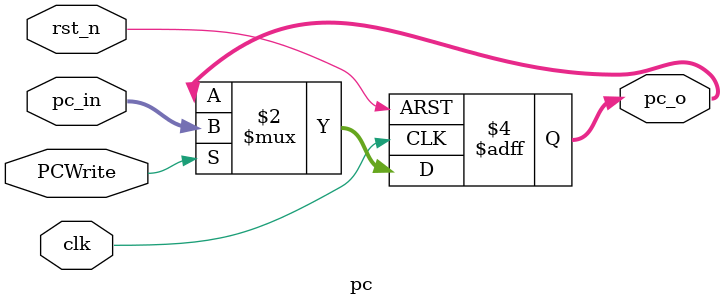
<source format=v>
module pc(clk,rst_n,pc_in,pc_o,PCWrite); 

	input   clk;
	input   rst_n;
	input   [31:0] pc_in;
	output reg[31:0] pc_o;
	input PCWrite;
	
	
	/*always@(posedge clk)
	begin
		if(PCWrite)
		  pc_o <=pc_in;		  
	end
	
	always@(negedge rst_n)
	begin
	  if(!rst_n)
	    pc_o<=32'h0000_3000;
	end*/
	always@(posedge clk or posedge rst_n)
	begin
		if(rst_n)
			pc_o<=32'h0000_3000;
		else if(PCWrite)
			pc_o<=pc_in;
	end
endmodule
	
    
</source>
